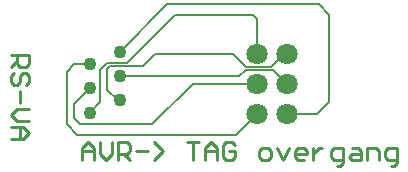
<source format=gbl>
G04 Layer_Physical_Order=2*
G04 Layer_Color=16711680*
%FSLAX44Y44*%
%MOMM*%
G71*
G01*
G75*
%ADD10C,0.1270*%
%ADD11C,0.2540*%
%ADD12C,1.1000*%
%ADD13C,1.8000*%
D10*
X1647370Y304800D02*
X1629590Y287020D01*
X1494970D01*
X1486080Y295910D01*
Y340360D01*
X1492490Y346770D02*
X1486080Y340360D01*
X1505430Y346770D02*
X1492490D01*
X1698170Y304800D02*
X1672770D01*
X1708330Y314960D02*
X1698170Y304800D01*
X1708330Y314960D02*
Y388620D01*
X1699440Y397510D01*
X1571370D01*
X1530830Y356970D01*
X1637955Y344695D02*
X1627050Y355600D01*
X1659325Y344695D02*
X1637955D01*
X1670230Y355600D02*
X1659325Y344695D01*
X1672770Y355600D02*
X1670230D01*
X1660815Y342155D02*
X1637735D01*
X1672770Y330200D02*
X1660815Y342155D01*
X1522910Y345440D02*
X1520370Y342900D01*
Y325120D02*
Y342900D01*
X1529320Y316170D02*
X1520370Y325120D01*
X1530830Y316170D02*
X1529320D01*
X1520370Y347980D02*
X1514020Y341630D01*
X1536880Y347980D02*
X1520370D01*
X1577520Y388620D02*
X1536880Y347980D01*
X1514020Y314560D02*
Y341630D01*
Y314560D02*
X1505430Y305970D01*
X1647370Y355600D02*
Y384810D01*
X1643560Y388620D01*
X1577520D01*
X1497510Y295910D02*
X1492430Y300990D01*
Y313370D01*
X1505430Y326370D02*
X1492430Y313370D01*
X1627050Y355600D02*
X1561010D01*
X1550850Y345440D01*
X1522910D01*
X1647370Y330200D02*
X1592760D01*
X1558470Y295910D01*
X1497510D01*
X1637735Y342155D02*
X1632150Y336570D01*
X1530830D01*
D11*
X1439090Y354330D02*
X1454325D01*
Y346712D01*
X1451786Y344173D01*
X1446707D01*
X1444168Y346712D01*
Y354330D01*
Y349252D02*
X1439090Y344173D01*
X1451786Y328938D02*
X1454325Y331477D01*
Y336556D01*
X1451786Y339095D01*
X1449247D01*
X1446707Y336556D01*
Y331477D01*
X1444168Y328938D01*
X1441629D01*
X1439090Y331477D01*
Y336556D01*
X1441629Y339095D01*
X1446707Y323860D02*
Y313703D01*
X1454325Y308625D02*
X1444168D01*
X1439090Y303546D01*
X1444168Y298468D01*
X1454325D01*
X1439090Y293390D02*
X1449247D01*
X1454325Y288311D01*
X1449247Y283233D01*
X1439090D01*
X1446707D01*
Y293390D01*
X1498780Y265430D02*
Y275587D01*
X1503858Y280665D01*
X1508937Y275587D01*
Y265430D01*
Y273048D01*
X1498780D01*
X1514015Y280665D02*
Y270508D01*
X1519093Y265430D01*
X1524172Y270508D01*
Y280665D01*
X1529250Y265430D02*
Y280665D01*
X1536868D01*
X1539407Y278126D01*
Y273048D01*
X1536868Y270508D01*
X1529250D01*
X1534328D02*
X1539407Y265430D01*
X1544485Y273048D02*
X1554642D01*
X1559720Y265430D02*
X1567338Y273048D01*
X1559720Y280665D01*
X1587651D02*
X1597808D01*
X1592730D01*
Y265430D01*
X1602886D02*
Y275587D01*
X1607965Y280665D01*
X1613043Y275587D01*
Y265430D01*
Y273048D01*
X1602886D01*
X1628278Y278126D02*
X1625739Y280665D01*
X1620661D01*
X1618121Y278126D01*
Y267969D01*
X1620661Y265430D01*
X1625739D01*
X1628278Y267969D01*
Y273048D01*
X1623200D01*
X1651131Y265430D02*
X1656209D01*
X1658748Y267969D01*
Y273048D01*
X1656209Y275587D01*
X1651131D01*
X1648591Y273048D01*
Y267969D01*
X1651131Y265430D01*
X1663827Y275587D02*
X1668905Y265430D01*
X1673983Y275587D01*
X1686679Y265430D02*
X1681601D01*
X1679062Y267969D01*
Y273048D01*
X1681601Y275587D01*
X1686679D01*
X1689218Y273048D01*
Y270508D01*
X1679062D01*
X1694297Y275587D02*
Y265430D01*
Y270508D01*
X1696836Y273048D01*
X1699375Y275587D01*
X1701914D01*
X1714610Y260352D02*
X1717149D01*
X1719689Y262891D01*
Y275587D01*
X1712071D01*
X1709532Y273048D01*
Y267969D01*
X1712071Y265430D01*
X1719689D01*
X1727306Y275587D02*
X1732384D01*
X1734924Y273048D01*
Y265430D01*
X1727306D01*
X1724767Y267969D01*
X1727306Y270508D01*
X1734924D01*
X1740002Y265430D02*
Y275587D01*
X1747619D01*
X1750159Y273048D01*
Y265430D01*
X1760315Y260352D02*
X1762855D01*
X1765394Y262891D01*
Y275587D01*
X1757776D01*
X1755237Y273048D01*
Y267969D01*
X1757776Y265430D01*
X1765394D01*
D12*
X1530830Y356970D02*
D03*
X1505430Y346770D02*
D03*
X1530830Y336570D02*
D03*
X1505430Y326370D02*
D03*
X1530830Y316170D02*
D03*
X1505430Y305970D02*
D03*
D13*
X1647370Y304800D02*
D03*
Y355600D02*
D03*
Y330200D02*
D03*
X1672770D02*
D03*
Y355600D02*
D03*
Y304800D02*
D03*
M02*

</source>
